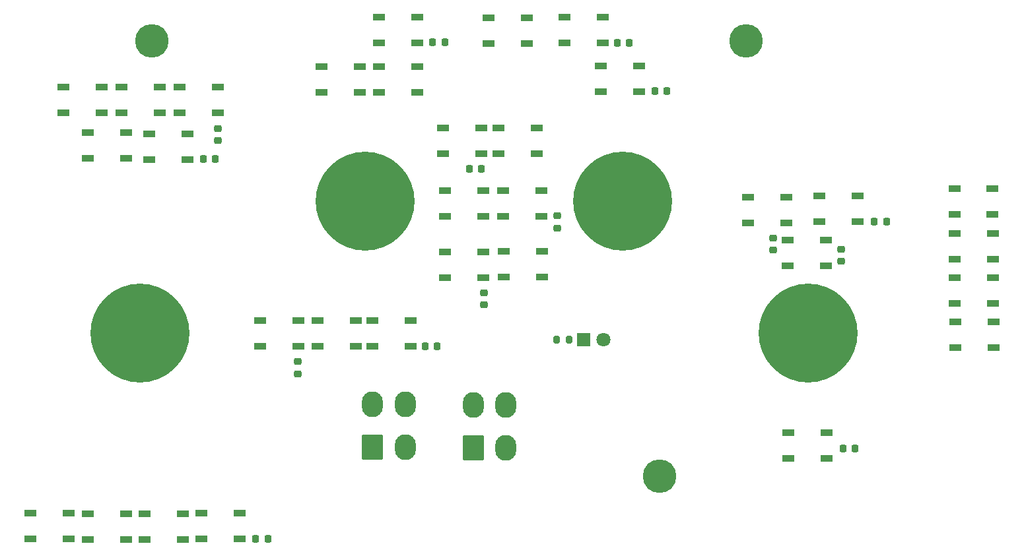
<source format=gbr>
%TF.GenerationSoftware,KiCad,Pcbnew,(6.0.9)*%
%TF.CreationDate,2022-12-26T17:51:42-09:00*%
%TF.ProjectId,PCB_ FUEL PANEL,5043422c-2046-4554-954c-2050414e454c,rev?*%
%TF.SameCoordinates,Original*%
%TF.FileFunction,Soldermask,Top*%
%TF.FilePolarity,Negative*%
%FSLAX46Y46*%
G04 Gerber Fmt 4.6, Leading zero omitted, Abs format (unit mm)*
G04 Created by KiCad (PCBNEW (6.0.9)) date 2022-12-26 17:51:42*
%MOMM*%
%LPD*%
G01*
G04 APERTURE LIST*
G04 Aperture macros list*
%AMRoundRect*
0 Rectangle with rounded corners*
0 $1 Rounding radius*
0 $2 $3 $4 $5 $6 $7 $8 $9 X,Y pos of 4 corners*
0 Add a 4 corners polygon primitive as box body*
4,1,4,$2,$3,$4,$5,$6,$7,$8,$9,$2,$3,0*
0 Add four circle primitives for the rounded corners*
1,1,$1+$1,$2,$3*
1,1,$1+$1,$4,$5*
1,1,$1+$1,$6,$7*
1,1,$1+$1,$8,$9*
0 Add four rect primitives between the rounded corners*
20,1,$1+$1,$2,$3,$4,$5,0*
20,1,$1+$1,$4,$5,$6,$7,0*
20,1,$1+$1,$6,$7,$8,$9,0*
20,1,$1+$1,$8,$9,$2,$3,0*%
G04 Aperture macros list end*
%ADD10RoundRect,0.200000X0.200000X0.275000X-0.200000X0.275000X-0.200000X-0.275000X0.200000X-0.275000X0*%
%ADD11RoundRect,0.250001X-1.099999X-1.399999X1.099999X-1.399999X1.099999X1.399999X-1.099999X1.399999X0*%
%ADD12O,2.700000X3.300000*%
%ADD13R,1.800000X1.800000*%
%ADD14C,1.800000*%
%ADD15R,1.500000X0.900000*%
%ADD16RoundRect,0.225000X0.225000X0.250000X-0.225000X0.250000X-0.225000X-0.250000X0.225000X-0.250000X0*%
%ADD17RoundRect,0.225000X-0.250000X0.225000X-0.250000X-0.225000X0.250000X-0.225000X0.250000X0.225000X0*%
%ADD18RoundRect,0.225000X0.250000X-0.225000X0.250000X0.225000X-0.250000X0.225000X-0.250000X-0.225000X0*%
%ADD19RoundRect,0.225000X-0.225000X-0.250000X0.225000X-0.250000X0.225000X0.250000X-0.225000X0.250000X0*%
%ADD20C,12.700000*%
%ADD21C,4.300000*%
G04 APERTURE END LIST*
D10*
%TO.C,R1*%
X171107000Y-121818000D03*
X169457000Y-121818000D03*
%TD*%
D11*
%TO.C,J2*%
X158801000Y-135687000D03*
D12*
X163001000Y-135687000D03*
X158801000Y-130187000D03*
X163001000Y-130187000D03*
%TD*%
D11*
%TO.C,J1*%
X145898000Y-135636000D03*
D12*
X150098000Y-135636000D03*
X145898000Y-130136000D03*
X150098000Y-130136000D03*
%TD*%
D13*
%TO.C,D33*%
X172974000Y-121818000D03*
D14*
X175514000Y-121818000D03*
%TD*%
D15*
%TO.C,D32*%
X220652000Y-119533000D03*
X220652000Y-122833000D03*
X225552000Y-122833000D03*
X225552000Y-119533000D03*
%TD*%
%TO.C,D31*%
X220550000Y-113844000D03*
X220550000Y-117144000D03*
X225450000Y-117144000D03*
X225450000Y-113844000D03*
%TD*%
%TO.C,D30*%
X220550000Y-108154000D03*
X220550000Y-111454000D03*
X225450000Y-111454000D03*
X225450000Y-108154000D03*
%TD*%
%TO.C,D29*%
X220511000Y-102414000D03*
X220511000Y-105714000D03*
X225411000Y-105714000D03*
X225411000Y-102414000D03*
%TD*%
%TO.C,D28*%
X199226000Y-133732000D03*
X199226000Y-137032000D03*
X204126000Y-137032000D03*
X204126000Y-133732000D03*
%TD*%
%TO.C,D27*%
X199113000Y-109018000D03*
X199113000Y-112318000D03*
X204013000Y-112318000D03*
X204013000Y-109018000D03*
%TD*%
%TO.C,D26*%
X203177000Y-103379000D03*
X203177000Y-106679000D03*
X208077000Y-106679000D03*
X208077000Y-103379000D03*
%TD*%
%TO.C,D25*%
X194084000Y-103481000D03*
X194084000Y-106781000D03*
X198984000Y-106781000D03*
X198984000Y-103481000D03*
%TD*%
%TO.C,D24*%
X123980000Y-144095000D03*
X123980000Y-147395000D03*
X128880000Y-147395000D03*
X128880000Y-144095000D03*
%TD*%
%TO.C,D23*%
X116664000Y-144120000D03*
X116664000Y-147420000D03*
X121564000Y-147420000D03*
X121564000Y-144120000D03*
%TD*%
%TO.C,D22*%
X109400000Y-144121000D03*
X109400000Y-147421000D03*
X114300000Y-147421000D03*
X114300000Y-144121000D03*
%TD*%
%TO.C,D21*%
X101995000Y-144095000D03*
X101995000Y-147395000D03*
X106895000Y-147395000D03*
X106895000Y-144095000D03*
%TD*%
%TO.C,D20*%
X145874000Y-119381000D03*
X145874000Y-122681000D03*
X150774000Y-122681000D03*
X150774000Y-119381000D03*
%TD*%
%TO.C,D19*%
X138864000Y-119330000D03*
X138864000Y-122630000D03*
X143764000Y-122630000D03*
X143764000Y-119330000D03*
%TD*%
%TO.C,D18*%
X131447000Y-119330000D03*
X131447000Y-122630000D03*
X136347000Y-122630000D03*
X136347000Y-119330000D03*
%TD*%
%TO.C,D17*%
X162689000Y-110491000D03*
X162689000Y-113791000D03*
X167589000Y-113791000D03*
X167589000Y-110491000D03*
%TD*%
%TO.C,D16*%
X155222000Y-110542000D03*
X155222000Y-113842000D03*
X160122000Y-113842000D03*
X160122000Y-110542000D03*
%TD*%
%TO.C,D15*%
X162638000Y-102668000D03*
X162638000Y-105968000D03*
X167538000Y-105968000D03*
X167538000Y-102668000D03*
%TD*%
%TO.C,D14*%
X155171000Y-102668000D03*
X155171000Y-105968000D03*
X160071000Y-105968000D03*
X160071000Y-102668000D03*
%TD*%
%TO.C,D13*%
X162080000Y-94641200D03*
X162080000Y-97941200D03*
X166980000Y-97941200D03*
X166980000Y-94641200D03*
%TD*%
%TO.C,D12*%
X154968000Y-94641200D03*
X154968000Y-97941200D03*
X159868000Y-97941200D03*
X159868000Y-94641200D03*
%TD*%
%TO.C,D11*%
X175186000Y-86665600D03*
X175186000Y-89965600D03*
X180086000Y-89965600D03*
X180086000Y-86665600D03*
%TD*%
%TO.C,D10*%
X170512000Y-80417200D03*
X170512000Y-83717200D03*
X175412000Y-83717200D03*
X175412000Y-80417200D03*
%TD*%
%TO.C,D9*%
X160770000Y-80442800D03*
X160770000Y-83742800D03*
X165670000Y-83742800D03*
X165670000Y-80442800D03*
%TD*%
%TO.C,D8*%
X146738000Y-80366400D03*
X146738000Y-83666400D03*
X151638000Y-83666400D03*
X151638000Y-80366400D03*
%TD*%
%TO.C,D7*%
X146687000Y-86716800D03*
X146687000Y-90016800D03*
X151587000Y-90016800D03*
X151587000Y-86716800D03*
%TD*%
%TO.C,D6*%
X139344000Y-86716800D03*
X139344000Y-90016800D03*
X144244000Y-90016800D03*
X144244000Y-86716800D03*
%TD*%
%TO.C,D5*%
X117235000Y-95378000D03*
X117235000Y-98678000D03*
X122135000Y-98678000D03*
X122135000Y-95378000D03*
%TD*%
%TO.C,D4*%
X109372000Y-95250800D03*
X109372000Y-98550800D03*
X114272000Y-98550800D03*
X114272000Y-95250800D03*
%TD*%
%TO.C,D3*%
X121158000Y-89358400D03*
X121158000Y-92658400D03*
X126058000Y-92658400D03*
X126058000Y-89358400D03*
%TD*%
%TO.C,D2*%
X113690000Y-89358000D03*
X113690000Y-92658000D03*
X118590000Y-92658000D03*
X118590000Y-89358000D03*
%TD*%
%TO.C,D1*%
X106223000Y-89383600D03*
X106223000Y-92683600D03*
X111123000Y-92683600D03*
X111123000Y-89383600D03*
%TD*%
D16*
%TO.C,C16*%
X132458860Y-147393660D03*
X130908860Y-147393660D03*
%TD*%
%TO.C,C15*%
X207749540Y-135770620D03*
X206199540Y-135770620D03*
%TD*%
D17*
%TO.C,C14*%
X206019400Y-110174640D03*
X206019400Y-111724640D03*
%TD*%
D16*
%TO.C,C13*%
X211800840Y-106613960D03*
X210250840Y-106613960D03*
%TD*%
D18*
%TO.C,C12*%
X169611040Y-107472880D03*
X169611040Y-105922880D03*
%TD*%
%TO.C,C11*%
X197223380Y-110320020D03*
X197223380Y-108770020D03*
%TD*%
D16*
%TO.C,C10*%
X183672880Y-89916000D03*
X182122880Y-89916000D03*
%TD*%
%TO.C,C9*%
X178826360Y-83675220D03*
X177276360Y-83675220D03*
%TD*%
%TO.C,C8*%
X155156200Y-83616800D03*
X153606200Y-83616800D03*
%TD*%
D19*
%TO.C,C7*%
X158310180Y-99865180D03*
X159860180Y-99865180D03*
%TD*%
D18*
%TO.C,C6*%
X160136840Y-117307560D03*
X160136840Y-115757560D03*
%TD*%
D16*
%TO.C,C5*%
X154186020Y-122623580D03*
X152636020Y-122623580D03*
%TD*%
D18*
%TO.C,C4*%
X136330007Y-126171673D03*
X136330007Y-124621673D03*
%TD*%
D16*
%TO.C,C3*%
X125743100Y-98605340D03*
X124193100Y-98605340D03*
%TD*%
D18*
%TO.C,C2*%
X126055120Y-96238260D03*
X126055120Y-94688260D03*
%TD*%
D20*
%TO.C,1*%
X144919700Y-104038400D03*
X144919700Y-104038400D03*
%TD*%
%TO.C,2*%
X177939700Y-104038400D03*
X177939700Y-104038400D03*
%TD*%
%TO.C,3*%
X201752200Y-120929400D03*
X201752200Y-120929400D03*
%TD*%
D21*
%TO.C,5*%
X182704740Y-139344400D03*
%TD*%
%TO.C,5*%
X117614700Y-83464400D03*
%TD*%
%TO.C,6*%
X193814700Y-83464400D03*
%TD*%
D20*
%TO.C,7*%
X116027200Y-120929400D03*
%TD*%
M02*

</source>
